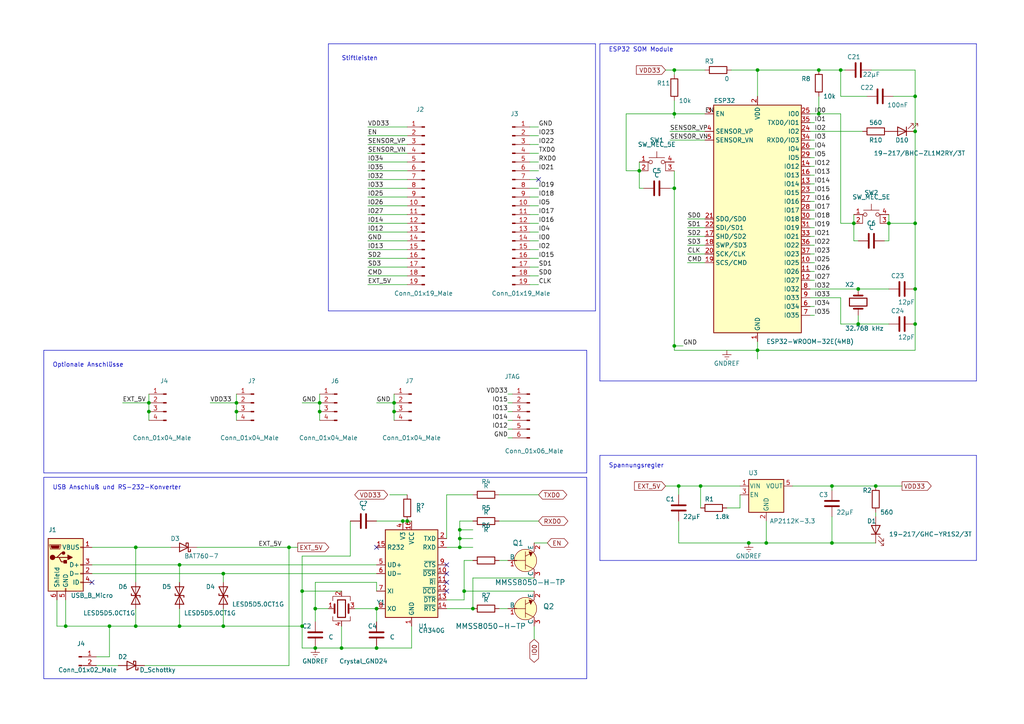
<source format=kicad_sch>
(kicad_sch (version 20220104) (generator eeschema)
  (paper "A4")
  (lib_symbols
    (symbol "Connector:Conn_01x02_Male" (pin_names (offset 1.016) hide)
      (property "Reference" "J" (at 0 2.54 0))
      (property "Value" "Conn_01x02_Male" (at 0 -5.08 0))
      (symbol "Conn_01x02_Male_1_1"
        (pin passive line (at 5.08 0 180) (length 3.81) (name "Pin_1") (number "1"))
        (pin passive line (at 5.08 -2.54 180) (length 3.81) (name "Pin_2") (number "2"))
      )
    )
    (symbol "Connector:Conn_01x04_Male" (pin_names (offset 1.016) hide)
      (property "Reference" "J" (at 0 5.08 0))
      (property "Value" "Conn_01x04_Male" (at 0 -7.62 0))
      (symbol "Conn_01x04_Male_1_1"
        (pin passive line (at 5.08 2.54 180) (length 3.81) (name "Pin_1") (number "1"))
        (pin passive line (at 5.08 0 180) (length 3.81) (name "Pin_2") (number "2"))
        (pin passive line (at 5.08 -2.54 180) (length 3.81) (name "Pin_3") (number "3"))
        (pin passive line (at 5.08 -5.08 180) (length 3.81) (name "Pin_4") (number "4"))
      )
    )
    (symbol "Connector:Conn_01x06_Male" (pin_names (offset 1.016) hide)
      (property "Reference" "J" (at 0 7.62 0))
      (property "Value" "Conn_01x06_Male" (at 0 -10.16 0))
      (symbol "Conn_01x06_Male_1_1"
        (pin passive line (at 5.08 5.08 180) (length 3.81) (name "Pin_1") (number "1"))
        (pin passive line (at 5.08 2.54 180) (length 3.81) (name "Pin_2") (number "2"))
        (pin passive line (at 5.08 0 180) (length 3.81) (name "Pin_3") (number "3"))
        (pin passive line (at 5.08 -2.54 180) (length 3.81) (name "Pin_4") (number "4"))
        (pin passive line (at 5.08 -5.08 180) (length 3.81) (name "Pin_5") (number "5"))
        (pin passive line (at 5.08 -7.62 180) (length 3.81) (name "Pin_6") (number "6"))
      )
    )
    (symbol "Connector:Conn_01x19_Male" (pin_names (offset 1.016) hide)
      (property "Reference" "J" (at 0 25.4 0))
      (property "Value" "Conn_01x19_Male" (at 0 -25.4 0))
      (symbol "Conn_01x19_Male_1_1"
        (pin passive line (at 5.08 22.86 180) (length 3.81) (name "Pin_1") (number "1"))
        (pin passive line (at 5.08 0 180) (length 3.81) (name "Pin_10") (number "10"))
        (pin passive line (at 5.08 -2.54 180) (length 3.81) (name "Pin_11") (number "11"))
        (pin passive line (at 5.08 -5.08 180) (length 3.81) (name "Pin_12") (number "12"))
        (pin passive line (at 5.08 -7.62 180) (length 3.81) (name "Pin_13") (number "13"))
        (pin passive line (at 5.08 -10.16 180) (length 3.81) (name "Pin_14") (number "14"))
        (pin passive line (at 5.08 -12.7 180) (length 3.81) (name "Pin_15") (number "15"))
        (pin passive line (at 5.08 -15.24 180) (length 3.81) (name "Pin_16") (number "16"))
        (pin passive line (at 5.08 -17.78 180) (length 3.81) (name "Pin_17") (number "17"))
        (pin passive line (at 5.08 -20.32 180) (length 3.81) (name "Pin_18") (number "18"))
        (pin passive line (at 5.08 -22.86 180) (length 3.81) (name "Pin_19") (number "19"))
        (pin passive line (at 5.08 20.32 180) (length 3.81) (name "Pin_2") (number "2"))
        (pin passive line (at 5.08 17.78 180) (length 3.81) (name "Pin_3") (number "3"))
        (pin passive line (at 5.08 15.24 180) (length 3.81) (name "Pin_4") (number "4"))
        (pin passive line (at 5.08 12.7 180) (length 3.81) (name "Pin_5") (number "5"))
        (pin passive line (at 5.08 10.16 180) (length 3.81) (name "Pin_6") (number "6"))
        (pin passive line (at 5.08 7.62 180) (length 3.81) (name "Pin_7") (number "7"))
        (pin passive line (at 5.08 5.08 180) (length 3.81) (name "Pin_8") (number "8"))
        (pin passive line (at 5.08 2.54 180) (length 3.81) (name "Pin_9") (number "9"))
      )
    )
    (symbol "Connector:USB_B_Micro" (pin_names (offset 1.016))
      (property "Reference" "J" (at -5.08 11.43 0))
      (property "Value" "USB_B_Micro" (at -5.08 8.89 0))
      (symbol "USB_B_Micro_1_1"
        (pin power_out line (at 7.62 5.08 180) (length 2.54) (name "VBUS") (number "1"))
        (pin bidirectional line (at 7.62 -2.54 180) (length 2.54) (name "D-") (number "2"))
        (pin bidirectional line (at 7.62 0 180) (length 2.54) (name "D+") (number "3"))
        (pin passive line (at 7.62 -5.08 180) (length 2.54) (name "ID") (number "4"))
        (pin power_out line (at 0 -10.16 90) (length 2.54) (name "GND") (number "5"))
        (pin passive line (at -2.54 -10.16 90) (length 2.54) (name "Shield") (number "6"))
      )
    )
    (symbol "Device:C" (pin_numbers hide) (pin_names (offset 0.254))
      (property "Reference" "C" (at 0.635 2.54 0))
      (property "Value" "C" (at 0.635 -2.54 0))
      (symbol "C_1_1"
        (pin passive line (at 0 3.81 270) (length 2.794) (name "~") (number "1"))
        (pin passive line (at 0 -3.81 90) (length 2.794) (name "~") (number "2"))
      )
    )
    (symbol "Device:Crystal" (pin_numbers hide) (pin_names (offset 1.016) hide)
      (property "Reference" "Y" (at 0 3.81 0))
      (property "Value" "Crystal" (at 0 -3.81 0))
      (symbol "Crystal_1_1"
        (pin passive line (at -3.81 0 0) (length 1.27) (name "1") (number "1"))
        (pin passive line (at 3.81 0 180) (length 1.27) (name "2") (number "2"))
      )
    )
    (symbol "Device:Crystal_GND24" (pin_names (offset 1.016) hide)
      (property "Reference" "Y" (at 3.175 5.08 0))
      (property "Value" "Crystal_GND24" (at 3.175 3.175 0))
      (symbol "Crystal_GND24_1_1"
        (pin passive line (at -3.81 0 0) (length 1.27) (name "1") (number "1"))
        (pin passive line (at 0 5.08 270) (length 1.27) (name "2") (number "2"))
        (pin passive line (at 3.81 0 180) (length 1.27) (name "3") (number "3"))
        (pin passive line (at 0 -5.08 90) (length 1.27) (name "4") (number "4"))
      )
    )
    (symbol "Device:D_Schottky" (pin_numbers hide) (pin_names (offset 1.016) hide)
      (property "Reference" "D" (at 0 2.54 0))
      (property "Value" "D_Schottky" (at 0 -2.54 0))
      (symbol "D_Schottky_1_1"
        (pin passive line (at -3.81 0 0) (length 2.54) (name "K") (number "1"))
        (pin passive line (at 3.81 0 180) (length 2.54) (name "A") (number "2"))
      )
    )
    (symbol "Device:D_TVS" (pin_numbers hide) (pin_names (offset 1.016) hide)
      (property "Reference" "D" (at 0 2.54 0))
      (property "Value" "D_TVS" (at 0 -2.54 0))
      (symbol "D_TVS_1_1"
        (pin passive line (at -3.81 0 0) (length 2.54) (name "A1") (number "1"))
        (pin passive line (at 3.81 0 180) (length 2.54) (name "A2") (number "2"))
      )
    )
    (symbol "Device:LED" (pin_numbers hide) (pin_names (offset 1.016) hide)
      (property "Reference" "D" (at 0 2.54 0))
      (property "Value" "LED" (at 0 -2.54 0))
      (symbol "LED_1_1"
        (pin passive line (at -3.81 0 0) (length 2.54) (name "K") (number "1"))
        (pin passive line (at 3.81 0 180) (length 2.54) (name "A") (number "2"))
      )
    )
    (symbol "Device:R" (pin_numbers hide) (pin_names (offset 0))
      (property "Reference" "R" (at 2.032 0 90))
      (property "Value" "R" (at 0 0 90))
      (symbol "R_1_1"
        (pin passive line (at 0 3.81 270) (length 1.27) (name "~") (number "1"))
        (pin passive line (at 0 -3.81 90) (length 1.27) (name "~") (number "2"))
      )
    )
    (symbol "Interface_USB:CH340G"
      (property "Reference" "U" (at -5.08 13.97 0))
      (property "Value" "CH340G" (at 1.27 13.97 0))
      (symbol "CH340G_1_1"
        (pin power_in line (at 0 -15.24 90) (length 2.54) (name "GND") (number "1"))
        (pin input line (at 10.16 0 180) (length 2.54) (name "~{DSR}") (number "10"))
        (pin input line (at 10.16 -2.54 180) (length 2.54) (name "~{RI}") (number "11"))
        (pin input line (at 10.16 -5.08 180) (length 2.54) (name "~{DCD}") (number "12"))
        (pin output line (at 10.16 -7.62 180) (length 2.54) (name "~{DTR}") (number "13"))
        (pin output line (at 10.16 -10.16 180) (length 2.54) (name "~{RTS}") (number "14"))
        (pin input line (at -10.16 7.62 0) (length 2.54) (name "R232") (number "15"))
        (pin power_in line (at 0 15.24 270) (length 2.54) (name "VCC") (number "16"))
        (pin output line (at 10.16 10.16 180) (length 2.54) (name "TXD") (number "2"))
        (pin input line (at 10.16 7.62 180) (length 2.54) (name "RXD") (number "3"))
        (pin passive line (at -2.54 15.24 270) (length 2.54) (name "V3") (number "4"))
        (pin bidirectional line (at -10.16 2.54 0) (length 2.54) (name "UD+") (number "5"))
        (pin bidirectional line (at -10.16 0 0) (length 2.54) (name "UD-") (number "6"))
        (pin input line (at -10.16 -5.08 0) (length 2.54) (name "XI") (number "7"))
        (pin output line (at -10.16 -10.16 0) (length 2.54) (name "XO") (number "8"))
        (pin input line (at 10.16 2.54 180) (length 2.54) (name "~{CTS}") (number "9"))
      )
    )
    (symbol "RF_Module:ESP32-WROOM-32"
      (property "Reference" "U" (at -12.7 34.29 0))
      (property "Value" "ESP32-WROOM-32" (at 1.27 34.29 0))
      (symbol "ESP32-WROOM-32_1_1"
        (pin power_in line (at 0 -35.56 90) (length 2.54) (name "GND") (number "1"))
        (pin bidirectional line (at 15.24 -12.7 180) (length 2.54) (name "IO25") (number "10"))
        (pin bidirectional line (at 15.24 -15.24 180) (length 2.54) (name "IO26") (number "11"))
        (pin bidirectional line (at 15.24 -17.78 180) (length 2.54) (name "IO27") (number "12"))
        (pin bidirectional line (at 15.24 10.16 180) (length 2.54) (name "IO14") (number "13"))
        (pin bidirectional line (at 15.24 15.24 180) (length 2.54) (name "IO12") (number "14"))
        (pin passive line (at 0 -35.56 90) (length 2.54) hide (name "GND") (number "15"))
        (pin bidirectional line (at 15.24 12.7 180) (length 2.54) (name "IO13") (number "16"))
        (pin bidirectional line (at -15.24 -5.08 0) (length 2.54) (name "SHD/SD2") (number "17"))
        (pin bidirectional line (at -15.24 -7.62 0) (length 2.54) (name "SWP/SD3") (number "18"))
        (pin bidirectional line (at -15.24 -12.7 0) (length 2.54) (name "SCS/CMD") (number "19"))
        (pin power_in line (at 0 35.56 270) (length 2.54) (name "VDD") (number "2"))
        (pin bidirectional line (at -15.24 -10.16 0) (length 2.54) (name "SCK/CLK") (number "20"))
        (pin bidirectional line (at -15.24 0 0) (length 2.54) (name "SDO/SD0") (number "21"))
        (pin bidirectional line (at -15.24 -2.54 0) (length 2.54) (name "SDI/SD1") (number "22"))
        (pin bidirectional line (at 15.24 7.62 180) (length 2.54) (name "IO15") (number "23"))
        (pin bidirectional line (at 15.24 25.4 180) (length 2.54) (name "IO2") (number "24"))
        (pin bidirectional line (at 15.24 30.48 180) (length 2.54) (name "IO0") (number "25"))
        (pin bidirectional line (at 15.24 20.32 180) (length 2.54) (name "IO4") (number "26"))
        (pin bidirectional line (at 15.24 5.08 180) (length 2.54) (name "IO16") (number "27"))
        (pin bidirectional line (at 15.24 2.54 180) (length 2.54) (name "IO17") (number "28"))
        (pin bidirectional line (at 15.24 17.78 180) (length 2.54) (name "IO5") (number "29"))
        (pin input line (at -15.24 30.48 0) (length 2.54) (name "EN") (number "3"))
        (pin bidirectional line (at 15.24 0 180) (length 2.54) (name "IO18") (number "30"))
        (pin bidirectional line (at 15.24 -2.54 180) (length 2.54) (name "IO19") (number "31"))
        (pin no_connect line (at -12.7 -27.94 0) (length 2.54) hide (name "NC") (number "32"))
        (pin bidirectional line (at 15.24 -5.08 180) (length 2.54) (name "IO21") (number "33"))
        (pin bidirectional line (at 15.24 22.86 180) (length 2.54) (name "RXD0/IO3") (number "34"))
        (pin bidirectional line (at 15.24 27.94 180) (length 2.54) (name "TXD0/IO1") (number "35"))
        (pin bidirectional line (at 15.24 -7.62 180) (length 2.54) (name "IO22") (number "36"))
        (pin bidirectional line (at 15.24 -10.16 180) (length 2.54) (name "IO23") (number "37"))
        (pin passive line (at 0 -35.56 90) (length 2.54) hide (name "GND") (number "38"))
        (pin passive line (at 0 -35.56 90) (length 2.54) hide (name "GND") (number "39"))
        (pin input line (at -15.24 25.4 0) (length 2.54) (name "SENSOR_VP") (number "4"))
        (pin input line (at -15.24 22.86 0) (length 2.54) (name "SENSOR_VN") (number "5"))
        (pin input line (at 15.24 -25.4 180) (length 2.54) (name "IO34") (number "6"))
        (pin input line (at 15.24 -27.94 180) (length 2.54) (name "IO35") (number "7"))
        (pin bidirectional line (at 15.24 -20.32 180) (length 2.54) (name "IO32") (number "8"))
        (pin bidirectional line (at 15.24 -22.86 180) (length 2.54) (name "IO33") (number "9"))
      )
    )
    (symbol "Regulator_Linear:AP2112K-3.3" (pin_names (offset 0.254))
      (property "Reference" "U" (at -5.08 5.715 0))
      (property "Value" "AP2112K-3.3" (at 0 5.715 0))
      (symbol "AP2112K-3.3_1_1"
        (pin power_in line (at -7.62 2.54 0) (length 2.54) (name "VIN") (number "1"))
        (pin power_in line (at 0 -7.62 90) (length 2.54) (name "GND") (number "2"))
        (pin input line (at -7.62 0 0) (length 2.54) (name "EN") (number "3"))
        (pin no_connect line (at 5.08 0 180) (length 2.54) hide (name "NC") (number "4"))
        (pin power_out line (at 7.62 2.54 180) (length 2.54) (name "VOUT") (number "5"))
      )
    )
    (symbol "Switch:SW_MEC_5E" (pin_names (offset 1.016) hide)
      (property "Reference" "SW" (at 0.635 5.715 0))
      (property "Value" "SW_MEC_5E" (at 0 -3.175 0))
      (symbol "SW_MEC_5E_0_1"
        (pin passive line (at -5.08 2.54 0) (length 2.54) (name "1") (number "1"))
        (pin passive line (at -5.08 0 0) (length 2.54) (name "2") (number "2"))
        (pin passive line (at 5.08 0 180) (length 2.54) (name "K") (number "3"))
        (pin passive line (at 5.08 2.54 180) (length 2.54) (name "A") (number "4"))
      )
    )
    (symbol "dk_Transistors-Bipolar-BJT-Single:MMSS8050-H-TP" (pin_names (offset 0))
      (property "Reference" "Q" (at -3.2004 4.2164 0))
      (property "Value" "MMSS8050-H-TP" (at 5.2324 0 90))
      (symbol "MMSS8050-H-TP_1_1"
        (pin input line (at -5.08 0 0) (length 2.54) (name "B") (number "1"))
        (pin passive line (at 2.54 -5.08 90) (length 2.54) (name "E") (number "2"))
        (pin passive line (at 2.54 5.08 270) (length 2.54) (name "C") (number "3"))
      )
    )
    (symbol "power:GNDREF" (power) (pin_names (offset 0))
      (property "Value" "GNDREF" (at 0 -3.81 0))
      (symbol "GNDREF_1_1"
        (pin power_in line (at 0 0 270) (length 0) hide (name "GNDREF") (number "1"))
      )
    )
  )
  (junction (at 254 140.97))
  (junction (at 257.81 64.77))
  (junction (at 133.35 158.75))
  (junction (at 31.75 181.61))
  (junction (at 19.05 181.61))
  (junction (at 99.06 187.96))
  (junction (at 219.71 20.32))
  (junction (at 92.71 116.84))
  (junction (at 91.44 176.53))
  (junction (at 195.58 54.61))
  (junction (at 68.58 116.84))
  (junction (at 265.43 83.82))
  (junction (at 195.58 100.33))
  (junction (at 43.18 119.38))
  (junction (at 39.37 158.75))
  (junction (at 133.35 153.67))
  (junction (at 196.85 140.97))
  (junction (at 248.92 93.98))
  (junction (at 237.49 33.02))
  (junction (at 219.71 101.6))
  (junction (at 247.65 64.77))
  (junction (at 109.22 176.53))
  (junction (at 222.25 157.48))
  (junction (at 68.58 119.38))
  (junction (at 92.71 119.38))
  (junction (at 118.11 151.13))
  (junction (at 265.43 27.94))
  (junction (at 265.43 38.1))
  (junction (at 265.43 93.98))
  (junction (at 133.35 156.21))
  (junction (at 203.2 140.97))
  (junction (at 248.92 83.82))
  (junction (at 87.63 171.45))
  (junction (at 241.3 157.48))
  (junction (at 134.62 171.45))
  (junction (at 217.17 157.48))
  (junction (at 265.43 64.77))
  (junction (at 185.42 49.53))
  (junction (at 243.84 20.32))
  (junction (at 64.77 166.37))
  (junction (at 114.3 116.84))
  (junction (at 195.58 20.32))
  (junction (at 52.07 181.61))
  (junction (at 52.07 163.83))
  (junction (at 137.16 176.53))
  (junction (at 91.44 187.96))
  (junction (at 83.82 158.75))
  (junction (at 64.77 181.61))
  (junction (at 114.3 119.38))
  (junction (at 109.22 187.96))
  (junction (at 237.49 20.32))
  (junction (at 43.18 116.84))
  (junction (at 116.84 151.13))
  (junction (at 39.37 181.61))
  (junction (at 87.63 181.61))
  (junction (at 195.58 33.02))
  (junction (at 241.3 140.97))
  (no_connect (at 26.67 168.91))
  (no_connect (at 156.21 52.07))
  (no_connect (at 109.22 158.75))
  (no_connect (at 129.54 166.37))
  (no_connect (at 129.54 163.83))
  (no_connect (at 129.54 168.91))
  (no_connect (at 129.54 171.45))
  (wire (pts (xy 156.21 46.99) (xy 153.67 46.99)))
  (wire (pts (xy 39.37 158.75) (xy 39.37 168.91)))
  (wire (pts (xy 114.3 116.84) (xy 114.3 119.38)))
  (wire (pts (xy 199.39 63.5) (xy 204.47 63.5)))
  (wire (pts (xy 118.11 59.69) (xy 106.68 59.69)))
  (wire (pts (xy 234.95 33.02) (xy 237.49 33.02)))
  (wire (pts (xy 106.68 77.47) (xy 118.11 77.47)))
  (wire (pts (xy 133.35 156.21) (xy 137.16 156.21)))
  (wire (pts (xy 236.22 60.96) (xy 234.95 60.96)))
  (wire (pts (xy 156.21 77.47) (xy 153.67 77.47)))
  (wire (pts (xy 195.58 20.32) (xy 204.47 20.32)))
  (wire (pts (xy 265.43 27.94) (xy 265.43 38.1)))
  (wire (pts (xy 43.18 119.38) (xy 43.18 121.92)))
  (wire (pts (xy 199.39 66.04) (xy 204.47 66.04)))
  (wire (pts (xy 68.58 119.38) (xy 68.58 121.92)))
  (wire (pts (xy 133.35 151.13) (xy 137.16 151.13)))
  (wire (pts (xy 64.77 166.37) (xy 109.22 166.37)))
  (wire (pts (xy 156.21 54.61) (xy 153.67 54.61)))
  (wire (pts (xy 236.22 48.26) (xy 234.95 48.26)))
  (wire (pts (xy 222.25 157.48) (xy 222.25 151.13)))
  (wire (pts (xy 236.22 68.58) (xy 234.95 68.58)))
  (wire (pts (xy 236.22 66.04) (xy 234.95 66.04)))
  (wire (pts (xy 195.58 54.61) (xy 194.31 54.61)))
  (wire (pts (xy 241.3 140.97) (xy 241.3 142.24)))
  (wire (pts (xy 64.77 166.37) (xy 64.77 168.91)))
  (wire (pts (xy 19.05 173.99) (xy 19.05 181.61)))
  (wire (pts (xy 195.58 29.21) (xy 195.58 33.02)))
  (wire (pts (xy 19.05 181.61) (xy 31.75 181.61)))
  (wire (pts (xy 68.58 116.84) (xy 68.58 119.38)))
  (polyline (pts (xy 283.21 110.49) (xy 173.99 110.49)))
  (polyline (pts (xy 12.7 138.43) (xy 170.18 138.43)))
  (wire (pts (xy 147.32 116.84) (xy 148.59 116.84)))
  (wire (pts (xy 52.07 163.83) (xy 52.07 168.91)))
  (wire (pts (xy 198.12 100.33) (xy 195.58 100.33)))
  (wire (pts (xy 27.94 193.04) (xy 34.29 193.04)))
  (wire (pts (xy 265.43 38.1) (xy 265.43 64.77)))
  (wire (pts (xy 27.94 190.5) (xy 31.75 190.5)))
  (wire (pts (xy 144.78 143.51) (xy 156.21 143.51)))
  (wire (pts (xy 114.3 114.3) (xy 114.3 116.84)))
  (wire (pts (xy 199.39 76.2) (xy 204.47 76.2)))
  (wire (pts (xy 52.07 176.53) (xy 52.07 181.61)))
  (wire (pts (xy 243.84 27.94) (xy 251.46 27.94)))
  (wire (pts (xy 87.63 171.45) (xy 87.63 161.29)))
  (wire (pts (xy 195.58 33.02) (xy 204.47 33.02)))
  (wire (pts (xy 91.44 168.91) (xy 109.22 168.91)))
  (polyline (pts (xy 173.99 132.08) (xy 283.21 132.08)))
  (wire (pts (xy 257.81 69.85) (xy 256.54 69.85)))
  (wire (pts (xy 106.68 67.31) (xy 118.11 67.31)))
  (wire (pts (xy 248.92 83.82) (xy 257.81 83.82)))
  (wire (pts (xy 195.58 49.53) (xy 195.58 54.61)))
  (polyline (pts (xy 170.18 101.6) (xy 12.7 101.6)))
  (polyline (pts (xy 12.7 196.85) (xy 12.7 138.43)))
  (polyline (pts (xy 283.21 162.56) (xy 283.21 132.08)))
  (wire (pts (xy 203.2 140.97) (xy 214.63 140.97)))
  (wire (pts (xy 109.22 151.13) (xy 116.84 151.13)))
  (wire (pts (xy 133.35 158.75) (xy 137.16 158.75)))
  (wire (pts (xy 102.87 176.53) (xy 109.22 176.53)))
  (wire (pts (xy 106.68 74.93) (xy 118.11 74.93)))
  (wire (pts (xy 99.06 181.61) (xy 99.06 187.96)))
  (wire (pts (xy 254 140.97) (xy 261.62 140.97)))
  (wire (pts (xy 92.71 116.84) (xy 92.71 119.38)))
  (wire (pts (xy 214.63 147.32) (xy 214.63 143.51)))
  (wire (pts (xy 219.71 99.06) (xy 219.71 101.6)))
  (wire (pts (xy 236.22 50.8) (xy 234.95 50.8)))
  (wire (pts (xy 64.77 181.61) (xy 64.77 176.53)))
  (wire (pts (xy 39.37 181.61) (xy 52.07 181.61)))
  (polyline (pts (xy 172.72 12.7) (xy 95.25 12.7)))
  (wire (pts (xy 133.35 153.67) (xy 133.35 151.13)))
  (polyline (pts (xy 283.21 12.7) (xy 283.21 110.49)))
  (wire (pts (xy 109.22 168.91) (xy 109.22 171.45)))
  (wire (pts (xy 265.43 83.82) (xy 265.43 93.98)))
  (wire (pts (xy 236.22 35.56) (xy 234.95 35.56)))
  (wire (pts (xy 118.11 151.13) (xy 119.38 151.13)))
  (wire (pts (xy 129.54 143.51) (xy 129.54 156.21)))
  (wire (pts (xy 193.04 140.97) (xy 196.85 140.97)))
  (wire (pts (xy 196.85 157.48) (xy 196.85 151.13)))
  (wire (pts (xy 265.43 20.32) (xy 265.43 27.94)))
  (wire (pts (xy 134.62 173.99) (xy 134.62 171.45)))
  (wire (pts (xy 129.54 176.53) (xy 137.16 176.53)))
  (wire (pts (xy 243.84 64.77) (xy 243.84 33.02)))
  (wire (pts (xy 106.68 82.55) (xy 118.11 82.55)))
  (polyline (pts (xy 95.25 90.17) (xy 172.72 90.17)))
  (wire (pts (xy 195.58 54.61) (xy 195.58 100.33)))
  (wire (pts (xy 185.42 54.61) (xy 186.69 54.61)))
  (wire (pts (xy 106.68 72.39) (xy 118.11 72.39)))
  (polyline (pts (xy 173.99 162.56) (xy 283.21 162.56)))
  (wire (pts (xy 118.11 49.53) (xy 106.68 49.53)))
  (wire (pts (xy 43.18 116.84) (xy 43.18 119.38)))
  (wire (pts (xy 156.21 69.85) (xy 153.67 69.85)))
  (wire (pts (xy 147.32 114.3) (xy 148.59 114.3)))
  (wire (pts (xy 147.32 119.38) (xy 148.59 119.38)))
  (wire (pts (xy 236.22 63.5) (xy 234.95 63.5)))
  (polyline (pts (xy 12.7 101.6) (xy 12.7 137.16)))
  (wire (pts (xy 193.04 20.32) (xy 195.58 20.32)))
  (wire (pts (xy 87.63 171.45) (xy 87.63 181.61)))
  (wire (pts (xy 106.68 62.23) (xy 118.11 62.23)))
  (wire (pts (xy 236.22 73.66) (xy 234.95 73.66)))
  (wire (pts (xy 99.06 171.45) (xy 87.63 171.45)))
  (wire (pts (xy 52.07 181.61) (xy 64.77 181.61)))
  (wire (pts (xy 248.92 69.85) (xy 247.65 69.85)))
  (wire (pts (xy 87.63 161.29) (xy 101.6 161.29)))
  (wire (pts (xy 26.67 158.75) (xy 39.37 158.75)))
  (wire (pts (xy 129.54 173.99) (xy 134.62 173.99)))
  (wire (pts (xy 91.44 180.34) (xy 91.44 176.53)))
  (wire (pts (xy 257.81 93.98) (xy 248.92 93.98)))
  (wire (pts (xy 87.63 181.61) (xy 87.63 187.96)))
  (wire (pts (xy 118.11 41.91) (xy 106.68 41.91)))
  (wire (pts (xy 26.67 163.83) (xy 52.07 163.83)))
  (wire (pts (xy 133.35 156.21) (xy 133.35 153.67)))
  (wire (pts (xy 133.35 153.67) (xy 137.16 153.67)))
  (wire (pts (xy 236.22 53.34) (xy 234.95 53.34)))
  (wire (pts (xy 99.06 187.96) (xy 109.22 187.96)))
  (wire (pts (xy 236.22 88.9) (xy 234.95 88.9)))
  (wire (pts (xy 83.82 158.75) (xy 86.36 158.75)))
  (polyline (pts (xy 170.18 138.43) (xy 170.18 196.85)))
  (wire (pts (xy 236.22 58.42) (xy 234.95 58.42)))
  (wire (pts (xy 156.21 80.01) (xy 153.67 80.01)))
  (wire (pts (xy 181.61 49.53) (xy 185.42 49.53)))
  (wire (pts (xy 31.75 190.5) (xy 31.75 181.61)))
  (wire (pts (xy 241.3 149.86) (xy 241.3 157.48)))
  (wire (pts (xy 257.81 62.23) (xy 257.81 64.77)))
  (wire (pts (xy 43.18 114.3) (xy 43.18 116.84)))
  (wire (pts (xy 234.95 83.82) (xy 248.92 83.82)))
  (wire (pts (xy 156.21 49.53) (xy 153.67 49.53)))
  (wire (pts (xy 195.58 33.02) (xy 195.58 34.29)))
  (wire (pts (xy 247.65 62.23) (xy 247.65 64.77)))
  (wire (pts (xy 147.32 176.53) (xy 144.78 176.53)))
  (wire (pts (xy 87.63 187.96) (xy 91.44 187.96)))
  (wire (pts (xy 91.44 187.96) (xy 99.06 187.96)))
  (wire (pts (xy 234.95 86.36) (xy 243.84 86.36)))
  (wire (pts (xy 154.94 181.61) (xy 154.94 185.42)))
  (wire (pts (xy 87.63 181.61) (xy 64.77 181.61)))
  (wire (pts (xy 156.21 39.37) (xy 153.67 39.37)))
  (wire (pts (xy 57.15 158.75) (xy 83.82 158.75)))
  (wire (pts (xy 199.39 71.12) (xy 204.47 71.12)))
  (wire (pts (xy 210.82 147.32) (xy 214.63 147.32)))
  (wire (pts (xy 199.39 73.66) (xy 204.47 73.66)))
  (wire (pts (xy 237.49 27.94) (xy 237.49 33.02)))
  (polyline (pts (xy 173.99 12.7) (xy 283.21 12.7)))
  (wire (pts (xy 265.43 93.98) (xy 265.43 101.6)))
  (wire (pts (xy 109.22 187.96) (xy 119.38 187.96)))
  (wire (pts (xy 217.17 157.48) (xy 222.25 157.48)))
  (wire (pts (xy 83.82 158.75) (xy 83.82 193.04)))
  (wire (pts (xy 91.44 176.53) (xy 91.44 168.91)))
  (wire (pts (xy 106.68 80.01) (xy 118.11 80.01)))
  (wire (pts (xy 113.03 143.51) (xy 118.11 143.51)))
  (wire (pts (xy 195.58 100.33) (xy 195.58 101.6)))
  (polyline (pts (xy 170.18 137.16) (xy 170.18 101.6)))
  (wire (pts (xy 243.84 20.32) (xy 245.11 20.32)))
  (wire (pts (xy 118.11 52.07) (xy 106.68 52.07)))
  (wire (pts (xy 156.21 67.31) (xy 153.67 67.31)))
  (wire (pts (xy 243.84 20.32) (xy 243.84 27.94)))
  (wire (pts (xy 119.38 181.61) (xy 119.38 187.96)))
  (wire (pts (xy 118.11 39.37) (xy 106.68 39.37)))
  (wire (pts (xy 153.67 82.55) (xy 156.21 82.55)))
  (wire (pts (xy 199.39 68.58) (xy 204.47 68.58)))
  (wire (pts (xy 265.43 101.6) (xy 219.71 101.6)))
  (wire (pts (xy 147.32 162.56) (xy 144.78 162.56)))
  (wire (pts (xy 156.21 72.39) (xy 153.67 72.39)))
  (wire (pts (xy 185.42 46.99) (xy 185.42 49.53)))
  (wire (pts (xy 248.92 91.44) (xy 248.92 93.98)))
  (wire (pts (xy 236.22 40.64) (xy 234.95 40.64)))
  (wire (pts (xy 196.85 140.97) (xy 203.2 140.97)))
  (polyline (pts (xy 12.7 137.16) (xy 170.18 137.16)))
  (wire (pts (xy 156.21 44.45) (xy 153.67 44.45)))
  (wire (pts (xy 109.22 176.53) (xy 109.22 180.34)))
  (wire (pts (xy 114.3 119.38) (xy 114.3 121.92)))
  (wire (pts (xy 212.09 20.32) (xy 219.71 20.32)))
  (wire (pts (xy 35.56 116.84) (xy 43.18 116.84)))
  (wire (pts (xy 241.3 140.97) (xy 254 140.97)))
  (wire (pts (xy 106.68 69.85) (xy 118.11 69.85)))
  (wire (pts (xy 133.35 158.75) (xy 133.35 156.21)))
  (wire (pts (xy 39.37 158.75) (xy 49.53 158.75)))
  (wire (pts (xy 195.58 20.32) (xy 195.58 21.59)))
  (wire (pts (xy 26.67 166.37) (xy 64.77 166.37)))
  (wire (pts (xy 181.61 33.02) (xy 181.61 49.53)))
  (polyline (pts (xy 173.99 132.08) (xy 173.99 162.56)))
  (wire (pts (xy 147.32 121.92) (xy 148.59 121.92)))
  (wire (pts (xy 134.62 171.45) (xy 154.94 171.45)))
  (wire (pts (xy 219.71 20.32) (xy 219.71 27.94)))
  (wire (pts (xy 92.71 114.3) (xy 92.71 116.84)))
  (wire (pts (xy 147.32 124.46) (xy 148.59 124.46)))
  (wire (pts (xy 116.84 151.13) (xy 118.11 151.13)))
  (wire (pts (xy 156.21 41.91) (xy 153.67 41.91)))
  (wire (pts (xy 236.22 91.44) (xy 234.95 91.44)))
  (wire (pts (xy 68.58 114.3) (xy 68.58 116.84)))
  (wire (pts (xy 236.22 55.88) (xy 234.95 55.88)))
  (wire (pts (xy 156.21 74.93) (xy 153.67 74.93)))
  (wire (pts (xy 60.96 116.84) (xy 68.58 116.84)))
  (wire (pts (xy 52.07 163.83) (xy 109.22 163.83)))
  (wire (pts (xy 156.21 62.23) (xy 153.67 62.23)))
  (wire (pts (xy 236.22 78.74) (xy 234.95 78.74)))
  (wire (pts (xy 203.2 140.97) (xy 203.2 147.32)))
  (wire (pts (xy 194.31 40.64) (xy 204.47 40.64)))
  (wire (pts (xy 109.22 116.84) (xy 114.3 116.84)))
  (wire (pts (xy 241.3 157.48) (xy 254 157.48)))
  (wire (pts (xy 237.49 20.32) (xy 243.84 20.32)))
  (wire (pts (xy 41.91 193.04) (xy 83.82 193.04)))
  (wire (pts (xy 195.58 101.6) (xy 219.71 101.6)))
  (wire (pts (xy 137.16 143.51) (xy 129.54 143.51)))
  (wire (pts (xy 118.11 46.99) (xy 106.68 46.99)))
  (wire (pts (xy 92.71 119.38) (xy 92.71 121.92)))
  (polyline (pts (xy 95.25 12.7) (xy 95.25 90.17)))
  (polyline (pts (xy 170.18 196.85) (xy 12.7 196.85)))
  (wire (pts (xy 185.42 49.53) (xy 185.42 54.61)))
  (wire (pts (xy 156.21 52.07) (xy 153.67 52.07)))
  (wire (pts (xy 236.22 81.28) (xy 234.95 81.28)))
  (wire (pts (xy 156.21 57.15) (xy 153.67 57.15)))
  (wire (pts (xy 156.21 59.69) (xy 153.67 59.69)))
  (wire (pts (xy 156.21 36.83) (xy 153.67 36.83)))
  (wire (pts (xy 234.95 38.1) (xy 250.19 38.1)))
  (wire (pts (xy 144.78 151.13) (xy 156.21 151.13)))
  (wire (pts (xy 219.71 101.6) (xy 219.71 104.14)))
  (wire (pts (xy 236.22 45.72) (xy 234.95 45.72)))
  (wire (pts (xy 196.85 157.48) (xy 217.17 157.48)))
  (wire (pts (xy 252.73 20.32) (xy 265.43 20.32)))
  (wire (pts (xy 156.21 64.77) (xy 153.67 64.77)))
  (wire (pts (xy 134.62 162.56) (xy 137.16 162.56)))
  (wire (pts (xy 134.62 171.45) (xy 134.62 162.56)))
  (wire (pts (xy 16.51 181.61) (xy 19.05 181.61)))
  (wire (pts (xy 147.32 127) (xy 148.59 127)))
  (wire (pts (xy 106.68 36.83) (xy 118.11 36.83)))
  (wire (pts (xy 254 148.59) (xy 254 149.86)))
  (wire (pts (xy 243.84 86.36) (xy 243.84 93.98)))
  (wire (pts (xy 39.37 176.53) (xy 39.37 181.61)))
  (wire (pts (xy 236.22 76.2) (xy 234.95 76.2)))
  (wire (pts (xy 31.75 181.61) (xy 39.37 181.61)))
  (wire (pts (xy 265.43 64.77) (xy 265.43 83.82)))
  (wire (pts (xy 137.16 176.53) (xy 137.16 167.64)))
  (wire (pts (xy 87.63 116.84) (xy 92.71 116.84)))
  (wire (pts (xy 118.11 44.45) (xy 106.68 44.45)))
  (wire (pts (xy 243.84 93.98) (xy 248.92 93.98)))
  (wire (pts (xy 118.11 57.15) (xy 106.68 57.15)))
  (wire (pts (xy 129.54 158.75) (xy 133.35 158.75)))
  (wire (pts (xy 236.22 71.12) (xy 234.95 71.12)))
  (wire (pts (xy 101.6 161.29) (xy 101.6 151.13)))
  (wire (pts (xy 196.85 143.51) (xy 196.85 140.97)))
  (wire (pts (xy 118.11 54.61) (xy 106.68 54.61)))
  (wire (pts (xy 229.87 140.97) (xy 241.3 140.97)))
  (wire (pts (xy 16.51 173.99) (xy 16.51 181.61)))
  (polyline (pts (xy 173.99 12.7) (xy 173.99 110.49)))
  (wire (pts (xy 259.08 27.94) (xy 265.43 27.94)))
  (wire (pts (xy 106.68 64.77) (xy 118.11 64.77)))
  (wire (pts (xy 236.22 43.18) (xy 234.95 43.18)))
  (wire (pts (xy 247.65 64.77) (xy 243.84 64.77)))
  (wire (pts (xy 257.81 64.77) (xy 257.81 69.85)))
  (wire (pts (xy 137.16 167.64) (xy 154.94 167.64)))
  (wire (pts (xy 219.71 20.32) (xy 237.49 20.32)))
  (wire (pts (xy 247.65 64.77) (xy 247.65 69.85)))
  (wire (pts (xy 195.58 33.02) (xy 181.61 33.02)))
  (wire (pts (xy 95.25 176.53) (xy 91.44 176.53)))
  (polyline (pts (xy 172.72 90.17) (xy 172.72 12.7)))
  (wire (pts (xy 194.31 38.1) (xy 204.47 38.1)))
  (wire (pts (xy 243.84 33.02) (xy 237.49 33.02)))
  (wire (pts (xy 154.94 157.48) (xy 158.75 157.48)))
  (wire (pts (xy 241.3 157.48) (xy 222.25 157.48)))
  (wire (pts (xy 257.81 64.77) (xy 265.43 64.77)))
  (text "Spannungsregler" (at 176.53 135.89 0) (effects (font (size 1.27 1.27)) (justify left bottom)))
  (text "USB Anschluß und RS-232-Konverter" (at 15.24 142.24 0) (effects (font (size 1.27 1.27)) (justify left bottom)))
  (text "Stiftleisten" (at 99.06 17.78 0) (effects (font (size 1.27 1.27)) (justify left bottom)))
  (text "ESP32 SOM Module\n" (at 176.53 15.24 0) (effects (font (size 1.27 1.27)) (justify left bottom)))
  (text "Optionale Anschlüsse" (at 15.24 106.68 0) (effects (font (size 1.27 1.27)) (justify left bottom)))
  (label "IO18" (at 156.21 57.15 0))
  (label "IO33" (at 236.22 86.36 0))
  (label "SD1" (at 199.39 66.04 0))
  (label "IO19" (at 156.21 54.61 0))
  (label "GND" (at 87.63 116.84 0))
  (label "EN" (at 106.68 39.37 0))
  (label "SENSOR_VN" (at 106.68 44.45 0))
  (label "EXT_5V" (at 74.93 158.75 0))
  (label "SD2" (at 106.68 74.93 0))
  (label "CLK" (at 156.21 82.55 0))
  (label "IO23" (at 156.21 39.37 0))
  (label "SENSOR_VN" (at 194.31 40.64 0))
  (label "IO32" (at 106.68 52.07 0))
  (label "CMD" (at 199.39 76.2 0))
  (label "IO12" (at 147.32 124.46 180))
  (label "IO35" (at 236.22 91.44 0))
  (label "IO5" (at 156.21 59.69 0))
  (label "SD0" (at 156.21 80.01 0))
  (label "IO27" (at 106.68 62.23 0))
  (label "IO1" (at 236.22 35.56 0))
  (label "IO27" (at 236.22 81.28 0))
  (label "IO13" (at 106.68 72.39 0))
  (label "SD3" (at 106.68 77.47 0))
  (label "CMD" (at 106.68 80.01 0))
  (label "IO13" (at 236.22 50.8 0))
  (label "IO34" (at 236.22 88.9 0))
  (label "TXD0" (at 156.21 44.45 0))
  (label "EN" (at 204.47 33.02 0))
  (label "IO14" (at 147.32 121.92 180))
  (label "IO13" (at 147.32 119.38 180))
  (label "IO22" (at 156.21 41.91 0))
  (label "IO2" (at 156.21 72.39 0))
  (label "IO26" (at 236.22 78.74 0))
  (label "IO33" (at 106.68 54.61 0))
  (label "IO34" (at 106.68 46.99 0))
  (label "IO16" (at 156.21 64.77 0))
  (label "IO4" (at 156.21 67.31 0))
  (label "VDD33" (at 147.32 114.3 180))
  (label "IO32" (at 236.22 83.82 0))
  (label "IO21" (at 236.22 68.58 0))
  (label "IO14" (at 236.22 53.34 0))
  (label "IO21" (at 156.21 49.53 0))
  (label "IO26" (at 106.68 59.69 0))
  (label "IO15" (at 147.32 116.84 180))
  (label "IO0" (at 236.22 33.02 0))
  (label "IO0" (at 156.21 69.85 0))
  (label "IO18" (at 236.22 63.5 0))
  (label "RXD0" (at 156.21 46.99 0))
  (label "IO2" (at 236.22 38.1 0))
  (label "IO15" (at 156.21 74.93 0))
  (label "IO4" (at 236.22 43.18 0))
  (label "SD3" (at 199.39 71.12 0))
  (label "VDD33" (at 106.68 36.83 0))
  (label "GND" (at 147.32 127 180))
  (label "EXT_5V" (at 35.56 116.84 0))
  (label "IO25" (at 106.68 57.15 0))
  (label "IO14" (at 106.68 64.77 0))
  (label "GND" (at 156.21 36.83 0))
  (label "SD0" (at 199.39 63.5 0))
  (label "EXT_5V" (at 106.68 82.55 0))
  (label "SENSOR_VP" (at 194.31 38.1 0))
  (label "CLK" (at 199.39 73.66 0))
  (label "IO25" (at 236.22 76.2 0))
  (label "IO12" (at 236.22 48.26 0))
  (label "GND" (at 109.22 116.84 0))
  (label "SENSOR_VP" (at 106.68 41.91 0))
  (label "IO35" (at 106.68 49.53 0))
  (label "SD2" (at 199.39 68.58 0))
  (label "IO19" (at 236.22 66.04 0))
  (label "IO17" (at 156.21 62.23 0))
  (label "IO15" (at 236.22 55.88 0))
  (label "SD1" (at 156.21 77.47 0))
  (label "GND" (at 198.12 100.33 0))
  (label "IO5" (at 236.22 45.72 0))
  (label "IO17" (at 236.22 60.96 0))
  (label "IO3" (at 236.22 40.64 0))
  (label "GND" (at 106.68 69.85 0))
  (label "IO22" (at 236.22 71.12 0))
  (label "IO12" (at 106.68 67.31 0))
  (label "VDD33" (at 60.96 116.84 0))
  (label "IO23" (at 236.22 73.66 0))
  (label "IO16" (at 236.22 58.42 0))
  (global_label "TXD0" (shape bidirectional) (at 156.21 143.51 0) (property "Intersheetrefs" "${INTERSHEET_REFS}" (at 164.9789 143.51 0) (effects (justify left))))
  (global_label "RXD0" (shape bidirectional) (at 156.21 151.13 0) (property "Intersheetrefs" "${INTERSHEET_REFS}" (at 165.2812 151.13 0) (effects (justify left))))
  (global_label "VDD33" (shape bidirectional) (at 102.87 143.51 0) (property "Intersheetrefs" "${INTERSHEET_REFS}" (at 113.0298 143.51 0) (effects (justify left))))
  (global_label "EN" (shape bidirectional) (at 158.75 157.48 0) (property "Intersheetrefs" "${INTERSHEET_REFS}" (at 165.3417 157.48 0) (effects (justify left))))
  (global_label "VDD33" (shape input) (at 193.04 20.32 180) (property "Intersheetrefs" "${INTERSHEET_REFS}" (effects hide)))
  (global_label "IO0" (shape bidirectional) (at 154.94 185.42 270) (property "Intersheetrefs" "${INTERSHEET_REFS}" (at 154.94 192.6769 90) (effects (justify right))))
  (global_label "EXT_5V" (shape input) (at 193.04 140.97 180) (property "Intersheetrefs" "${INTERSHEET_REFS}" (effects hide)))
  (global_label "VDD33" (shape output) (at 261.62 140.97 0) (property "Intersheetrefs" "${INTERSHEET_REFS}" (effects hide)))
  (global_label "EXT_5V" (shape output) (at 86.36 158.75 0) (property "Intersheetrefs" "${INTERSHEET_REFS}" (at 95.9527 158.75 0) (effects (justify left))))
  (symbol (lib_id "Device:C") (at 241.3 146.05 0) (unit 1)
    (property "Reference" "C3" (at 237.49 143.51 0) (effects (justify left)))
    (property "Value" "22µF" (at 242.57 148.59 0) (effects (justify left)))
    (property "Footprint" "Capacitor_SMD:C_0603_1608Metric" (effects hide))
  )
  (symbol (lib_id "Device:R") (at 195.58 25.4 0) (unit 1)
    (property "Reference" "R11" (at 190.5 24.13 0) (effects (justify left)))
    (property "Value" "10k" (at 196.85 29.21 0) (effects (justify left)))
    (property "Footprint" "Resistor_SMD:R_0603_1608Metric" (effects hide))
  )
  (symbol (lib_id "Device:D_TVS") (at 39.37 172.72 90) (unit 1)
    (property "Reference" "D6" (at 34.29 170.18 90) (effects (justify right)))
    (property "Value" "LESD5D5.0CT1G" (at 24.13 177.8 90) (effects (justify right)))
    (property "Footprint" "Diode_SMD:D_SOD-523" (effects hide))
  )
  (symbol (lib_id "Device:R") (at 118.11 147.32 180) (unit 1)
    (property "Reference" "R?" (at 120.65 146.685 0) (effects (justify right)))
    (property "Value" "R" (at 120.65 147.955 0) (effects (justify right)))
  )
  (symbol (lib_id "RF_Module:ESP32-WROOM-32") (at 219.71 63.5 0) (unit 1)
    (property "Reference" "ESP32" (at 207.01 29.21 0) (effects (justify left)))
    (property "Value" "ESP32-WROOM-32E(4MB)" (at 222.25 99.06 0) (effects (justify left)))
    (property "Footprint" "RF_Module:ESP32-WROOM-32" (effects hide))
    (property "Datasheet" "https://www.espressif.com/sites/default/files/documentation/esp32-wroom-32_datasheet_en.pdf" (effects hide))
    (property "BOM_SUPPLIER" "LCSC" (effects hide))
    (property "BOM_MANUFACTURER PART" "ESP32-WROOM-32E(4MB)" (effects hide))
    (property "CONTRIBUTOR" "LCSC" (effects hide))
    (property "BOM_LCSC_ASSEMBLY" "YES" (effects hide))
    (property "SMT TYPE" "Extend" (effects hide))
    (property "SPICEPRE" "U" (effects hide))
    (property "SPICESYMBOLNAME" "ESP32-WROOM-32E(4MB)" (effects hide))
  )
  (symbol (lib_id "power:GNDREF") (at 91.44 187.96 0) (unit 1)
    (property "Reference" "#PWR0103" (effects hide))
    (property "Value" "GNDREF" (at 91.44 191.77 0))
  )
  (symbol (lib_id "Device:C") (at 196.85 147.32 0) (unit 1)
    (property "Reference" "C1" (at 193.04 144.78 0) (effects (justify left)))
    (property "Value" "22µF" (at 198.12 149.86 0) (effects (justify left)))
    (property "Footprint" "Capacitor_SMD:C_0603_1608Metric" (effects hide))
  )
  (symbol (lib_id "Connector:USB_B_Micro") (at 19.05 163.83 0) (unit 1)
    (property "Reference" "J1" (at 15.24 153.67 0))
    (property "Value" "USB_B_Micro" (at 26.67 172.72 0))
  )
  (symbol (lib_id "Interface_USB:CH340G") (at 119.38 166.37 0) (unit 1)
    (property "Reference" "U1" (at 121.3359 181.61 0) (effects (justify left)))
    (property "Value" "CH340G" (at 121.3359 182.88 0) (effects (justify left)))
    (property "Footprint" "Package_SO:SOIC-16_3.9x9.9mm_P1.27mm" (effects hide))
    (property "Datasheet" "http://www.datasheet5.com/pdf-local-2195953" (effects hide))
  )
  (symbol (lib_id "Device:R") (at 140.97 162.56 90) (unit 1)
    (property "Reference" "R6" (at 140.97 152.4 90))
    (property "Value" "R" (at 140.97 153.67 90))
  )
  (symbol (lib_id "Device:R") (at 208.28 20.32 90) (unit 1)
    (property "Reference" "R3" (at 205.74 17.78 90))
    (property "Value" "0" (at 210.82 22.86 90))
    (property "Footprint" "Resistor_SMD:R_0603_1608Metric" (effects hide))
  )
  (symbol (lib_id "Device:D_TVS") (at 64.77 172.72 90) (unit 1)
    (property "Reference" "D4" (at 59.69 170.18 90) (effects (justify right)))
    (property "Value" "LESD5D5.0CT1G" (at 67.31 175.26 90) (effects (justify right)))
    (property "Footprint" "Diode_SMD:D_SOD-523" (effects hide))
  )
  (symbol (lib_id "Regulator_Linear:AP2112K-3.3") (at 222.25 143.51 0) (unit 1)
    (property "Reference" "U3" (at 218.44 137.16 0))
    (property "Value" "AP2112K-3.3" (at 229.87 151.13 0))
    (property "Footprint" "Package_TO_SOT_SMD:SOT-23-5" (effects hide))
    (property "Datasheet" "https://www.diodes.com/assets/Datasheets/AP2112.pdf" (effects hide))
  )
  (symbol (lib_id "Device:R") (at 140.97 151.13 90) (unit 1)
    (property "Reference" "R5" (at 140.97 147.32 90))
    (property "Value" "R" (at 140.97 148.59 90))
  )
  (symbol (lib_id "Connector:Conn_01x19_Male") (at 123.19 59.69 0) (mirror y) (unit 1)
    (property "Reference" "J2" (at 120.65 31.75 0) (effects (justify right)))
    (property "Value" "Conn_01x19_Male" (at 114.3 85.09 0) (effects (justify right)))
    (property "Footprint" "Connector_PinSocket_2.54mm:PinSocket_1x18_P2.54mm_Vertical" (effects hide))
  )
  (symbol (lib_id "Connector:Conn_01x04_Male") (at 73.66 116.84 0) (mirror y) (unit 1)
    (property "Reference" "J?" (at 73.025 110.49 0))
    (property "Value" "Conn_01x04_Male" (at 72.39 127 0))
    (property "Footprint" "Connector_JST:JST_XH_B4B-XH-A_1x04_P2.50mm_Vertical" (effects hide))
  )
  (symbol (lib_id "Device:R") (at 140.97 143.51 90) (unit 1)
    (property "Reference" "R4" (at 140.97 139.7 90))
    (property "Value" "R" (at 140.97 140.97 90))
  )
  (symbol (lib_id "Device:Crystal") (at 248.92 87.63 90) (unit 1)
    (property "Reference" "X2" (at 245.11 82.55 90) (effects (justify right)))
    (property "Value" "32.768 kHz" (at 245.11 95.25 90) (effects (justify right)))
    (property "Footprint" "Crystal:Crystal_SMD_3215-2Pin_3.2x1.5mm" (effects hide))
  )
  (symbol (lib_id "Device:D_Schottky") (at 38.1 193.04 180) (unit 1)
    (property "Reference" "D2" (at 35.56 190.5 0))
    (property "Value" "D_Schottky" (at 45.72 194.31 0))
  )
  (symbol (lib_id "Device:LED") (at 261.62 38.1 180) (unit 1)
    (property "Reference" "D10" (at 261.62 40.64 0))
    (property "Value" "19-217/BHC-ZL1M2RY/3T" (at 266.7 44.45 0))
    (property "Footprint" "Diode_SMD:D_0603_1608Metric" (effects hide))
    (property "BOM_SUPPLIER" "LCSC" (effects hide))
    (property "BOM_MANUFACTURER" "EVERLIGHT" (effects hide))
    (property "BOM_MANUFACTURER_PART" "19-217/BHC-ZL1M2RY/3T" (effects hide))
    (property "BOM_SUPPLIER PART" "C72041" (effects hide))
    (property "SPICEPRE" "L" (effects hide))
    (property "SPICESYMBOLNAME" "19-217/BHC-ZL1M2RY/3T" (effects hide))
  )
  (symbol (lib_id "Device:D_TVS") (at 52.07 172.72 90) (unit 1)
    (property "Reference" "D5" (at 46.99 170.18 90) (effects (justify right)))
    (property "Value" "LESD5D5.0CT1G" (at 53.34 177.8 90) (effects (justify right)))
    (property "Footprint" "Diode_SMD:D_SOD-523" (effects hide))
  )
  (symbol (lib_id "Device:R") (at 237.49 24.13 0) (unit 1)
    (property "Reference" "R8" (at 232.41 22.86 0) (effects (justify left)))
    (property "Value" "10k" (at 238.76 27.94 0) (effects (justify left)))
    (property "Footprint" "Resistor_SMD:R_0603_1608Metric" (effects hide))
  )
  (symbol (lib_id "Device:R") (at 207.01 147.32 90) (unit 1)
    (property "Reference" "R1" (at 205.74 144.78 90))
    (property "Value" "1.8k" (at 209.55 149.86 90))
    (property "Footprint" "Resistor_SMD:R_0603_1608Metric" (effects hide))
  )
  (symbol (lib_id "Switch:SW_MEC_5E") (at 252.73 64.77 0) (unit 1)
    (property "Reference" "SW2" (at 252.73 55.88 0))
    (property "Value" "SW_MEC_5E" (at 252.73 57.15 0))
    (property "Datasheet" "http://www.apem.com/int/index.php?controller=attachment&id_attachment=1371" (effects hide))
  )
  (symbol (lib_id "Device:D_Schottky") (at 53.34 158.75 180) (unit 1)
    (property "Reference" "D3" (at 50.8 156.21 0))
    (property "Value" "BAT760-7" (at 58.42 161.29 0))
    (property "Footprint" "Diode_SMD:D_SOD-323" (effects hide))
  )
  (symbol (lib_id "Device:R") (at 254 38.1 90) (unit 1)
    (property "Reference" "R10" (at 254 40.64 90))
    (property "Value" "560" (at 254 35.56 90))
  )
  (symbol (lib_id "Switch:SW_MEC_5E") (at 190.5 49.53 0) (unit 1)
    (property "Reference" "SW1" (at 190.5 40.64 0))
    (property "Value" "SW_MEC_5E" (at 190.5 41.91 0))
    (property "Datasheet" "http://www.apem.com/int/index.php?controller=attachment&id_attachment=1371" (effects hide))
  )
  (symbol (lib_id "Device:C") (at 91.44 184.15 0) (unit 1)
    (property "Reference" "C2" (at 87.63 181.61 0) (effects (justify left)))
    (property "Value" "C" (at 95.25 184.785 0) (effects (justify left)))
  )
  (symbol (lib_id "dk_Transistors-Bipolar-BJT-Single:MMSS8050-H-TP") (at 152.4 176.53 0) (mirror x) (unit 1)
    (property "Reference" "Q2" (at 157.48 175.895 0) (effects (font (size 1.524 1.524)) (justify left)))
    (property "Value" "MMSS8050-H-TP" (at 132.08 181.61 0) (effects (font (size 1.524 1.524)) (justify left)))
    (property "Footprint" "digikey-footprints:SOT-23-3" (effects hide))
    (property "Datasheet" "https://www.mccsemi.com/pdf/Products/MMSS8050(SOT-23).pdf" (effects hide))
    (property "Digi-Key_PN" "MMSS8050-H-TPMSCT-ND" (effects hide))
    (property "MPN" "MMSS8050-H-TP" (effects hide))
    (property "Category" "Discrete Semiconductor Products" (effects hide))
    (property "Family" "Transistors - Bipolar (BJT) - Single" (effects hide))
    (property "DK_Datasheet_Link" "https://www.mccsemi.com/pdf/Products/MMSS8050(SOT-23).pdf" (effects hide))
    (property "DK_Detail_Page" "/product-detail/en/micro-commercial-co/MMSS8050-H-TP/MMSS8050-H-TPMSCT-ND/2825945" (effects hide))
    (property "Description" "TRANS NPN 25V 1.5A SOT23" (effects hide))
    (property "Manufacturer" "Micro Commercial Co" (effects hide))
    (property "Status" "Active" (effects hide))
  )
  (symbol (lib_id "Connector:Conn_01x04_Male") (at 48.26 116.84 0) (mirror y) (unit 1)
    (property "Reference" "J4" (at 47.625 110.49 0))
    (property "Value" "Conn_01x04_Male" (at 46.99 127 0))
    (property "Footprint" "Connector_JST:JST_XH_B4B-XH-A_1x04_P2.50mm_Vertical" (effects hide))
  )
  (symbol (lib_id "Device:C") (at 255.27 27.94 90) (unit 1)
    (property "Reference" "C22" (at 251.46 25.4 90))
    (property "Value" "100nF" (at 260.35 30.48 90))
    (property "Footprint" "Capacitor_SMD:C_0603_1608Metric" (effects hide))
  )
  (symbol (lib_id "Device:C") (at 105.41 151.13 90) (unit 1)
    (property "Reference" "C?" (at 105.41 146.05 90))
    (property "Value" "C" (at 105.41 147.32 90))
  )
  (symbol (lib_id "Device:C") (at 261.62 93.98 90) (unit 1)
    (property "Reference" "C24" (at 260.35 90.17 90))
    (property "Value" "12pF" (at 262.89 97.79 90))
    (property "Footprint" "Capacitor_SMD:C_0603_1608Metric" (effects hide))
  )
  (symbol (lib_id "Device:C") (at 109.22 184.15 0) (unit 1)
    (property "Reference" "C4" (at 106.68 181.61 0) (effects (justify left)))
    (property "Value" "C" (at 113.03 184.785 0) (effects (justify left)))
  )
  (symbol (lib_id "Connector:Conn_01x19_Male") (at 148.59 59.69 0) (unit 1)
    (property "Reference" "J3" (at 149.225 33.02 0))
    (property "Value" "Conn_01x19_Male" (at 151.13 85.09 0))
  )
  (symbol (lib_id "Connector:Conn_01x06_Male") (at 153.67 119.38 0) (mirror y) (unit 1)
    (property "Reference" "JTAG" (at 148.59 109.22 0))
    (property "Value" "Conn_01x06_Male" (at 154.94 130.81 0))
  )
  (symbol (lib_id "Connector:Conn_01x04_Male") (at 119.38 116.84 0) (mirror y) (unit 1)
    (property "Reference" "J7" (at 118.745 110.49 0))
    (property "Value" "Conn_01x04_Male" (at 119.38 127 0))
    (property "Footprint" "Connector_JST:JST_XH_B4B-XH-A_1x04_P2.50mm_Vertical" (effects hide))
  )
  (symbol (lib_id "power:GNDREF") (at 217.17 157.48 0) (unit 1)
    (property "Reference" "#PWR0101" (effects hide))
    (property "Value" "GNDREF" (at 217.17 161.29 0))
  )
  (symbol (lib_id "Device:R") (at 254 144.78 180) (unit 1)
    (property "Reference" "R2" (at 250.19 142.24 0) (effects (justify right)))
    (property "Value" "560" (at 255.27 148.59 0) (effects (justify right)))
    (property "Footprint" "Resistor_SMD:R_0603_1608Metric" (effects hide))
  )
  (symbol (lib_id "Device:C") (at 252.73 69.85 90) (unit 1)
    (property "Reference" "C6" (at 252.73 64.77 90))
    (property "Value" "C" (at 252.73 66.04 90))
  )
  (symbol (lib_id "Device:R") (at 140.97 176.53 90) (unit 1)
    (property "Reference" "R7" (at 140.97 172.72 90))
    (property "Value" "R" (at 140.97 173.99 90))
  )
  (symbol (lib_id "power:GNDREF") (at 210.82 101.6 0) (unit 1)
    (property "Reference" "#PWR?" (effects hide))
    (property "Value" "GNDREF" (at 210.82 105.41 0))
  )
  (symbol (lib_id "Device:C") (at 261.62 83.82 90) (unit 1)
    (property "Reference" "C23" (at 260.35 80.01 90))
    (property "Value" "12pF" (at 262.89 87.63 90))
    (property "Footprint" "Capacitor_SMD:C_0603_1608Metric" (effects hide))
  )
  (symbol (lib_id "Connector:Conn_01x04_Male") (at 97.79 116.84 0) (mirror y) (unit 1)
    (property "Reference" "J6" (at 97.155 110.49 0))
    (property "Value" "Conn_01x04_Male" (at 95.25 127 0))
    (property "Footprint" "Connector_JST:JST_XH_B4B-XH-A_1x04_P2.50mm_Vertical" (effects hide))
  )
  (symbol (lib_id "Connector:Conn_01x02_Male") (at 22.86 190.5 0) (unit 1)
    (property "Reference" "J4" (at 23.495 186.69 0))
    (property "Value" "Conn_01x02_Male" (at 25.4 194.31 0))
  )
  (symbol (lib_id "dk_Transistors-Bipolar-BJT-Single:MMSS8050-H-TP") (at 152.4 162.56 0) (mirror x) (unit 1)
    (property "Reference" "Q1" (at 148.59 157.48 0) (effects (font (size 1.524 1.524)) (justify left)))
    (property "Value" "MMSS8050-H-TP" (at 143.51 168.91 0) (effects (font (size 1.524 1.524)) (justify left)))
    (property "Footprint" "digikey-footprints:SOT-23-3" (effects hide))
    (property "Datasheet" "https://www.mccsemi.com/pdf/Products/MMSS8050(SOT-23).pdf" (effects hide))
    (property "Digi-Key_PN" "MMSS8050-H-TPMSCT-ND" (effects hide))
    (property "MPN" "MMSS8050-H-TP" (effects hide))
    (property "Category" "Discrete Semiconductor Products" (effects hide))
    (property "Family" "Transistors - Bipolar (BJT) - Single" (effects hide))
    (property "DK_Datasheet_Link" "https://www.mccsemi.com/pdf/Products/MMSS8050(SOT-23).pdf" (effects hide))
    (property "DK_Detail_Page" "/product-detail/en/micro-commercial-co/MMSS8050-H-TP/MMSS8050-H-TPMSCT-ND/2825945" (effects hide))
    (property "Description" "TRANS NPN 25V 1.5A SOT23" (effects hide))
    (property "Manufacturer" "Micro Commercial Co" (effects hide))
    (property "Status" "Active" (effects hide))
  )
  (symbol (lib_id "Device:LED") (at 254 153.67 90) (unit 1)
    (property "Reference" "D1" (at 251.46 151.13 90) (effects (justify right)))
    (property "Value" "19-217/GHC-YR1S2/3T" (at 257.81 154.94 90) (effects (justify right)))
    (property "Footprint" "Diode_SMD:D_0603_1608Metric" (effects hide))
  )
  (symbol (lib_id "Device:Crystal_GND24") (at 99.06 176.53 0) (unit 1)
    (property "Reference" "Y1" (at 110.49 174.7267 0))
    (property "Value" "Crystal_GND24" (at 105.41 191.77 0))
  )
  (symbol (lib_id "Device:C") (at 190.5 54.61 90) (unit 1)
    (property "Reference" "C5" (at 190.5 49.53 90))
    (property "Value" "C" (at 190.5 50.8 90))
  )
  (symbol (lib_id "Device:C") (at 248.92 20.32 90) (unit 1)
    (property "Reference" "C21" (at 247.65 16.51 90))
    (property "Value" "22µF" (at 252.73 21.59 90))
    (property "Footprint" "Capacitor_SMD:C_0603_1608Metric" (effects hide))
  )
)
</source>
